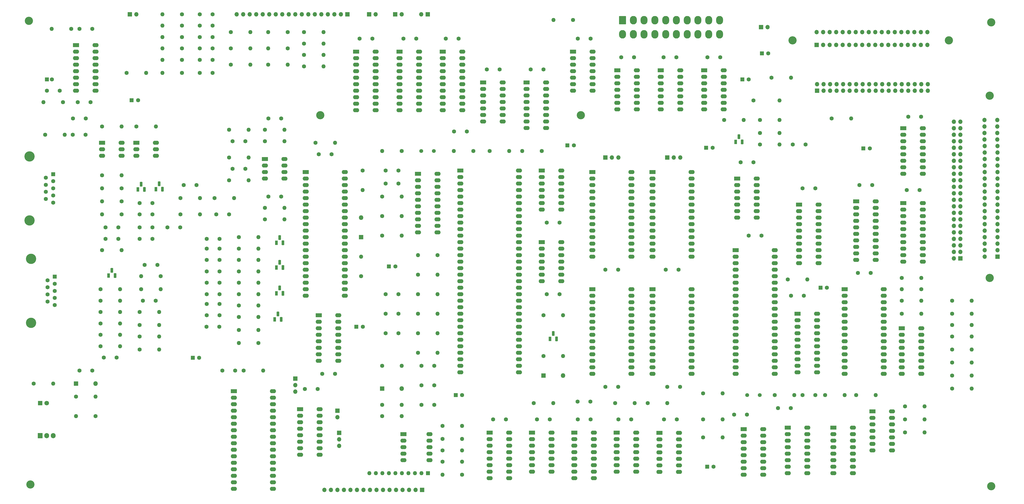
<source format=gbr>
%TF.GenerationSoftware,KiCad,Pcbnew,(6.0.6)*%
%TF.CreationDate,2022-10-20T09:33:40-05:00*%
%TF.ProjectId,Console,436f6e73-6f6c-4652-9e6b-696361645f70,V0.80*%
%TF.SameCoordinates,Original*%
%TF.FileFunction,Soldermask,Bot*%
%TF.FilePolarity,Negative*%
%FSLAX46Y46*%
G04 Gerber Fmt 4.6, Leading zero omitted, Abs format (unit mm)*
G04 Created by KiCad (PCBNEW (6.0.6)) date 2022-10-20 09:33:40*
%MOMM*%
%LPD*%
G01*
G04 APERTURE LIST*
G04 Aperture macros list*
%AMRoundRect*
0 Rectangle with rounded corners*
0 $1 Rounding radius*
0 $2 $3 $4 $5 $6 $7 $8 $9 X,Y pos of 4 corners*
0 Add a 4 corners polygon primitive as box body*
4,1,4,$2,$3,$4,$5,$6,$7,$8,$9,$2,$3,0*
0 Add four circle primitives for the rounded corners*
1,1,$1+$1,$2,$3*
1,1,$1+$1,$4,$5*
1,1,$1+$1,$6,$7*
1,1,$1+$1,$8,$9*
0 Add four rect primitives between the rounded corners*
20,1,$1+$1,$2,$3,$4,$5,0*
20,1,$1+$1,$4,$5,$6,$7,0*
20,1,$1+$1,$6,$7,$8,$9,0*
20,1,$1+$1,$8,$9,$2,$3,0*%
G04 Aperture macros list end*
%ADD10C,1.600000*%
%ADD11O,1.600000X1.600000*%
%ADD12R,2.400000X1.600000*%
%ADD13O,2.400000X1.600000*%
%ADD14C,3.200000*%
%ADD15R,1.600000X1.600000*%
%ADD16R,1.800000X1.800000*%
%ADD17O,1.800000X1.800000*%
%ADD18C,4.000000*%
%ADD19C,1.500000*%
%ADD20R,1.700000X1.700000*%
%ADD21O,1.700000X1.700000*%
%ADD22R,1.100000X1.800000*%
%ADD23RoundRect,0.275000X-0.275000X-0.625000X0.275000X-0.625000X0.275000X0.625000X-0.275000X0.625000X0*%
%ADD24R,1.905000X2.000000*%
%ADD25O,1.905000X2.000000*%
%ADD26RoundRect,0.250001X-1.099999X-1.399999X1.099999X-1.399999X1.099999X1.399999X-1.099999X1.399999X0*%
%ADD27O,2.700000X3.300000*%
%ADD28C,1.800000*%
G04 APERTURE END LIST*
D10*
%TO.C,R15*%
X192405000Y-203200000D03*
D11*
X200025000Y-203200000D03*
%TD*%
D10*
%TO.C,R14*%
X192405000Y-198755000D03*
D11*
X200025000Y-198755000D03*
%TD*%
D12*
%TO.C,U17*%
X225200000Y-59600000D03*
D13*
X225200000Y-62140000D03*
X225200000Y-64680000D03*
X225200000Y-67220000D03*
X225200000Y-69760000D03*
X225200000Y-72300000D03*
X225200000Y-74840000D03*
X225200000Y-77380000D03*
X232820000Y-77380000D03*
X232820000Y-74840000D03*
X232820000Y-72300000D03*
X232820000Y-69760000D03*
X232820000Y-67220000D03*
X232820000Y-64680000D03*
X232820000Y-62140000D03*
X232820000Y-59600000D03*
%TD*%
D10*
%TO.C,C85*%
X97790000Y-46355000D03*
X102790000Y-46355000D03*
%TD*%
%TO.C,R92*%
X391160000Y-158750000D03*
D11*
X398780000Y-158750000D03*
%TD*%
D12*
%TO.C,U11*%
X192566300Y-47620000D03*
D13*
X192566300Y-50160000D03*
X192566300Y-52700000D03*
X192566300Y-55240000D03*
X192566300Y-57780000D03*
X192566300Y-60320000D03*
X192566300Y-62860000D03*
X192566300Y-65400000D03*
X192566300Y-67940000D03*
X192566300Y-70480000D03*
X200186300Y-70480000D03*
X200186300Y-67940000D03*
X200186300Y-65400000D03*
X200186300Y-62860000D03*
X200186300Y-60320000D03*
X200186300Y-57780000D03*
X200186300Y-55240000D03*
X200186300Y-52700000D03*
X200186300Y-50160000D03*
X200186300Y-47620000D03*
%TD*%
D10*
%TO.C,R9*%
X231140000Y-86360000D03*
D11*
X223520000Y-86360000D03*
%TD*%
D10*
%TO.C,C43*%
X308650000Y-90805000D03*
X313650000Y-90805000D03*
%TD*%
D14*
%TO.C,H10*%
X389890000Y-43180000D03*
%TD*%
D10*
%TO.C,R21*%
X49530000Y-182245000D03*
D11*
X57150000Y-182245000D03*
%TD*%
D15*
%TO.C,C5*%
X171558600Y-131445000D03*
D10*
X174058600Y-131445000D03*
%TD*%
D12*
%TO.C,U40*%
X372120000Y-106685000D03*
D13*
X372120000Y-109225000D03*
X372120000Y-111765000D03*
X372120000Y-114305000D03*
X372120000Y-116845000D03*
X372120000Y-119385000D03*
X372120000Y-121925000D03*
X372120000Y-124465000D03*
X372120000Y-127005000D03*
X372120000Y-129545000D03*
X379740000Y-129545000D03*
X379740000Y-127005000D03*
X379740000Y-124465000D03*
X379740000Y-121925000D03*
X379740000Y-119385000D03*
X379740000Y-116845000D03*
X379740000Y-114305000D03*
X379740000Y-111765000D03*
X379740000Y-109225000D03*
X379740000Y-106685000D03*
%TD*%
D10*
%TO.C,C33*%
X50205000Y-67310000D03*
X55205000Y-67310000D03*
%TD*%
%TO.C,R19*%
X259715000Y-184785000D03*
D11*
X267335000Y-184785000D03*
%TD*%
D14*
%TO.C,H6*%
X31750000Y-216535000D03*
%TD*%
D10*
%TO.C,L19*%
X67310000Y-111125000D03*
D11*
X59690000Y-111125000D03*
%TD*%
D10*
%TO.C,C64*%
X91520000Y-99695000D03*
X96520000Y-99695000D03*
%TD*%
D12*
%TO.C,U8*%
X243830000Y-196265000D03*
D13*
X243830000Y-198805000D03*
X243830000Y-201345000D03*
X243830000Y-203885000D03*
X243830000Y-206425000D03*
X243830000Y-208965000D03*
X243830000Y-211505000D03*
X243830000Y-214045000D03*
X251450000Y-214045000D03*
X251450000Y-211505000D03*
X251450000Y-208965000D03*
X251450000Y-206425000D03*
X251450000Y-203885000D03*
X251450000Y-201345000D03*
X251450000Y-198805000D03*
X251450000Y-196265000D03*
%TD*%
D10*
%TO.C,C29*%
X160060000Y-42545000D03*
X165060000Y-42545000D03*
%TD*%
D16*
%TO.C,CR1*%
X49530000Y-177165000D03*
D17*
X57150000Y-177165000D03*
%TD*%
D12*
%TO.C,U34*%
X331480000Y-107320000D03*
D13*
X331480000Y-109860000D03*
X331480000Y-112400000D03*
X331480000Y-114940000D03*
X331480000Y-117480000D03*
X331480000Y-120020000D03*
X331480000Y-122560000D03*
X331480000Y-125100000D03*
X331480000Y-127640000D03*
X331480000Y-130180000D03*
X339100000Y-130180000D03*
X339100000Y-127640000D03*
X339100000Y-125100000D03*
X339100000Y-122560000D03*
X339100000Y-120020000D03*
X339100000Y-117480000D03*
X339100000Y-114940000D03*
X339100000Y-112400000D03*
X339100000Y-109860000D03*
X339100000Y-107320000D03*
%TD*%
D18*
%TO.C,J10*%
X31400300Y-88455000D03*
X31400300Y-113455000D03*
D15*
X40600300Y-95415000D03*
D10*
X40600300Y-98185000D03*
X40600300Y-100955000D03*
X40600300Y-103725000D03*
X40600300Y-106495000D03*
X37760300Y-96800000D03*
X37760300Y-99570000D03*
X37760300Y-102340000D03*
X37760300Y-105110000D03*
%TD*%
%TO.C,C4*%
X170220000Y-99060000D03*
X175220000Y-99060000D03*
%TD*%
%TO.C,C6*%
X170220000Y-142240000D03*
X175220000Y-142240000D03*
%TD*%
%TO.C,C25*%
X245150000Y-42545000D03*
X250150000Y-42545000D03*
%TD*%
%TO.C,R80*%
X138430000Y-48895000D03*
D11*
X146050000Y-48895000D03*
%TD*%
D19*
%TO.C,Y2*%
X311240000Y-181610000D03*
X316120000Y-181610000D03*
%TD*%
D20*
%TO.C,J8*%
X70485000Y-33020000D03*
D21*
X73025000Y-33020000D03*
%TD*%
D10*
%TO.C,R6*%
X190500000Y-127000000D03*
D11*
X182880000Y-127000000D03*
%TD*%
D10*
%TO.C,R63*%
X123190000Y-108585000D03*
D11*
X130810000Y-108585000D03*
%TD*%
D12*
%TO.C,U18*%
X294455000Y-54875000D03*
D13*
X294455000Y-57415000D03*
X294455000Y-59955000D03*
X294455000Y-62495000D03*
X294455000Y-65035000D03*
X294455000Y-67575000D03*
X294455000Y-70115000D03*
X302075000Y-70115000D03*
X302075000Y-67575000D03*
X302075000Y-65035000D03*
X302075000Y-62495000D03*
X302075000Y-59955000D03*
X302075000Y-57415000D03*
X302075000Y-54875000D03*
%TD*%
D14*
%TO.C,H5*%
X406400000Y-36195000D03*
%TD*%
D10*
%TO.C,R62*%
X123190000Y-113030000D03*
D11*
X130810000Y-113030000D03*
%TD*%
D10*
%TO.C,C40*%
X212130000Y-191135000D03*
X217130000Y-191135000D03*
%TD*%
%TO.C,R27*%
X272415000Y-184785000D03*
D11*
X280035000Y-184785000D03*
%TD*%
D10*
%TO.C,R58*%
X160655000Y-135255000D03*
D11*
X160655000Y-127635000D03*
%TD*%
D10*
%TO.C,R54*%
X90805000Y-41910000D03*
D11*
X83185000Y-41910000D03*
%TD*%
D12*
%TO.C,U14*%
X277546900Y-54875000D03*
D13*
X277546900Y-57415000D03*
X277546900Y-59955000D03*
X277546900Y-62495000D03*
X277546900Y-65035000D03*
X277546900Y-67575000D03*
X277546900Y-70115000D03*
X285166900Y-70115000D03*
X285166900Y-67575000D03*
X285166900Y-65035000D03*
X285166900Y-62495000D03*
X285166900Y-59955000D03*
X285166900Y-57415000D03*
X285166900Y-54875000D03*
%TD*%
D10*
%TO.C,C51*%
X306110000Y-189230000D03*
X311110000Y-189230000D03*
%TD*%
D15*
%TO.C,C52*%
X38140000Y-58420000D03*
D10*
X40140000Y-58420000D03*
%TD*%
%TO.C,R97*%
X391160000Y-149860000D03*
D11*
X398780000Y-149860000D03*
%TD*%
D10*
%TO.C,C32*%
X255905000Y-178435000D03*
X260905000Y-178435000D03*
%TD*%
%TO.C,C54*%
X43140000Y-62865000D03*
X38140000Y-62865000D03*
%TD*%
%TO.C,R76*%
X138430000Y-40005000D03*
D11*
X146050000Y-40005000D03*
%TD*%
D10*
%TO.C,R17*%
X227965000Y-184785000D03*
D11*
X235585000Y-184785000D03*
%TD*%
D10*
%TO.C,R85*%
X371475000Y-135890000D03*
D11*
X379095000Y-135890000D03*
%TD*%
D15*
%TO.C,C20*%
X295638600Y-209600000D03*
D10*
X298138600Y-209600000D03*
%TD*%
D16*
%TO.C,CR4*%
X160655000Y-120015000D03*
D17*
X160655000Y-112395000D03*
%TD*%
D20*
%TO.C,J12*%
X155375000Y-33000000D03*
D21*
X152835000Y-33000000D03*
X150295000Y-33000000D03*
X147755000Y-33000000D03*
X145215000Y-33000000D03*
X142675000Y-33000000D03*
X140135000Y-33000000D03*
X137595000Y-33000000D03*
X135055000Y-33000000D03*
X132515000Y-33000000D03*
X129975000Y-33000000D03*
X127435000Y-33000000D03*
X124895000Y-33000000D03*
X122355000Y-33000000D03*
X119815000Y-33000000D03*
X117275000Y-33000000D03*
X114735000Y-33000000D03*
X112195000Y-33000000D03*
%TD*%
D12*
%TO.C,SW1*%
X177170000Y-196855000D03*
D13*
X177170000Y-199395000D03*
X177170000Y-201935000D03*
X177170000Y-204475000D03*
X177170000Y-207015000D03*
X187330000Y-207015000D03*
X187330000Y-204475000D03*
X187330000Y-201935000D03*
X187330000Y-199395000D03*
X187330000Y-196855000D03*
%TD*%
D10*
%TO.C,R56*%
X90805000Y-50800000D03*
D11*
X83185000Y-50800000D03*
%TD*%
D10*
%TO.C,C11*%
X184190000Y-170180000D03*
X189190000Y-170180000D03*
%TD*%
D12*
%TO.C,U7*%
X277000000Y-196400000D03*
D13*
X277000000Y-198940000D03*
X277000000Y-201480000D03*
X277000000Y-204020000D03*
X277000000Y-206560000D03*
X277000000Y-209100000D03*
X277000000Y-211640000D03*
X284620000Y-211640000D03*
X284620000Y-209100000D03*
X284620000Y-206560000D03*
X284620000Y-204020000D03*
X284620000Y-201480000D03*
X284620000Y-198940000D03*
X284620000Y-196400000D03*
%TD*%
D10*
%TO.C,R84*%
X59055000Y-144780000D03*
D11*
X66675000Y-144780000D03*
%TD*%
D14*
%TO.C,H3*%
X31115000Y-35560000D03*
%TD*%
D10*
%TO.C,R47*%
X113030000Y-146685000D03*
D11*
X120650000Y-146685000D03*
%TD*%
D10*
%TO.C,C78*%
X105410000Y-154940000D03*
X100410000Y-154940000D03*
%TD*%
%TO.C,C34*%
X373420000Y-101600000D03*
X378420000Y-101600000D03*
%TD*%
%TO.C,C63*%
X104180000Y-111125000D03*
X109180000Y-111125000D03*
%TD*%
%TO.C,C2*%
X170220000Y-93980000D03*
X175220000Y-93980000D03*
%TD*%
%TO.C,R98*%
X391160000Y-179070000D03*
D11*
X398780000Y-179070000D03*
%TD*%
D10*
%TO.C,L5*%
X57150000Y-189865000D03*
D11*
X49530000Y-189865000D03*
%TD*%
D10*
%TO.C,R13*%
X294005000Y-198120000D03*
D11*
X301625000Y-198120000D03*
%TD*%
D10*
%TO.C,L14*%
X109855000Y-52705000D03*
D11*
X117475000Y-52705000D03*
%TD*%
D10*
%TO.C,R36*%
X90210000Y-111125000D03*
D11*
X97830000Y-111125000D03*
%TD*%
D10*
%TO.C,C19*%
X50840000Y-172085000D03*
X55840000Y-172085000D03*
%TD*%
D20*
%TO.C,SW2*%
X151500000Y-187725000D03*
D21*
X151500000Y-190265000D03*
%TD*%
D20*
%TO.C,J2*%
X173990000Y-33020000D03*
D21*
X176530000Y-33020000D03*
%TD*%
D10*
%TO.C,C1*%
X175220000Y-149860000D03*
X170220000Y-149860000D03*
%TD*%
%TO.C,C82*%
X97790000Y-50800000D03*
X102790000Y-50800000D03*
%TD*%
%TO.C,R78*%
X138430000Y-44450000D03*
D11*
X146050000Y-44450000D03*
%TD*%
D12*
%TO.C,U6*%
X260350000Y-196265000D03*
D13*
X260350000Y-198805000D03*
X260350000Y-201345000D03*
X260350000Y-203885000D03*
X260350000Y-206425000D03*
X260350000Y-208965000D03*
X260350000Y-211505000D03*
X267970000Y-211505000D03*
X267970000Y-208965000D03*
X267970000Y-206425000D03*
X267970000Y-203885000D03*
X267970000Y-201345000D03*
X267970000Y-198805000D03*
X267970000Y-196265000D03*
%TD*%
D10*
%TO.C,L16*%
X109855000Y-40005000D03*
D11*
X117475000Y-40005000D03*
%TD*%
D10*
%TO.C,C44*%
X311785000Y-119380000D03*
X316785000Y-119380000D03*
%TD*%
%TO.C,C86*%
X97790000Y-55880000D03*
X102790000Y-55880000D03*
%TD*%
D12*
%TO.C,U36*%
X123200000Y-89545000D03*
D13*
X123200000Y-92085000D03*
X123200000Y-94625000D03*
X123200000Y-97165000D03*
X130820000Y-97165000D03*
X130820000Y-94625000D03*
X130820000Y-92085000D03*
X130820000Y-89545000D03*
%TD*%
D12*
%TO.C,U16*%
X243290600Y-47620000D03*
D13*
X243290600Y-50160000D03*
X243290600Y-52700000D03*
X243290600Y-55240000D03*
X243290600Y-57780000D03*
X243290600Y-60320000D03*
X243290600Y-62860000D03*
X250910600Y-62860000D03*
X250910600Y-60320000D03*
X250910600Y-57780000D03*
X250910600Y-55240000D03*
X250910600Y-52700000D03*
X250910600Y-50160000D03*
X250910600Y-47620000D03*
%TD*%
D10*
%TO.C,C7*%
X184190000Y-177800000D03*
X189190000Y-177800000D03*
%TD*%
%TO.C,R45*%
X113030000Y-137795000D03*
D11*
X120650000Y-137795000D03*
%TD*%
D12*
%TO.C,U28*%
X274315000Y-94600000D03*
D13*
X274315000Y-97140000D03*
X274315000Y-99680000D03*
X274315000Y-102220000D03*
X274315000Y-104760000D03*
X274315000Y-107300000D03*
X274315000Y-109840000D03*
X274315000Y-112380000D03*
X274315000Y-114920000D03*
X274315000Y-117460000D03*
X274315000Y-120000000D03*
X274315000Y-122540000D03*
X274315000Y-125080000D03*
X274315000Y-127620000D03*
X289555000Y-127620000D03*
X289555000Y-125080000D03*
X289555000Y-122540000D03*
X289555000Y-120000000D03*
X289555000Y-117460000D03*
X289555000Y-114920000D03*
X289555000Y-112380000D03*
X289555000Y-109840000D03*
X289555000Y-107300000D03*
X289555000Y-104760000D03*
X289555000Y-102220000D03*
X289555000Y-99680000D03*
X289555000Y-97140000D03*
X289555000Y-94600000D03*
%TD*%
D10*
%TO.C,R94*%
X372745000Y-196215000D03*
D11*
X380365000Y-196215000D03*
%TD*%
D10*
%TO.C,C47*%
X233085000Y-114300000D03*
X238085000Y-114300000D03*
%TD*%
%TO.C,R43*%
X113030000Y-128905000D03*
D11*
X120650000Y-128905000D03*
%TD*%
D15*
%TO.C,C18*%
X241138600Y-84200000D03*
D10*
X243638600Y-84200000D03*
%TD*%
%TO.C,R50*%
X123190000Y-82550000D03*
D11*
X130810000Y-82550000D03*
%TD*%
D10*
%TO.C,C42*%
X280075000Y-178435000D03*
X285075000Y-178435000D03*
%TD*%
%TO.C,R16*%
X192405000Y-207645000D03*
D11*
X200025000Y-207645000D03*
%TD*%
D10*
%TO.C,R49*%
X113030000Y-156210000D03*
D11*
X120650000Y-156210000D03*
%TD*%
D10*
%TO.C,R41*%
X113030000Y-120015000D03*
D11*
X120650000Y-120015000D03*
%TD*%
D10*
%TO.C,R86*%
X379095000Y-140335000D03*
D11*
X371475000Y-140335000D03*
%TD*%
D10*
%TO.C,C13*%
X295755000Y-49800000D03*
X300755000Y-49800000D03*
%TD*%
D12*
%TO.C,U1*%
X182890000Y-95255000D03*
D13*
X182890000Y-97795000D03*
X182890000Y-100335000D03*
X182890000Y-102875000D03*
X182890000Y-105415000D03*
X182890000Y-107955000D03*
X182890000Y-110495000D03*
X182890000Y-113035000D03*
X182890000Y-115575000D03*
X182890000Y-118115000D03*
X190510000Y-118115000D03*
X190510000Y-115575000D03*
X190510000Y-113035000D03*
X190510000Y-110495000D03*
X190510000Y-107955000D03*
X190510000Y-105415000D03*
X190510000Y-102875000D03*
X190510000Y-100335000D03*
X190510000Y-97795000D03*
X190510000Y-95255000D03*
%TD*%
D10*
%TO.C,R2*%
X204470000Y-86360000D03*
D11*
X196850000Y-86360000D03*
%TD*%
D12*
%TO.C,U22*%
X344805000Y-194310000D03*
D13*
X344805000Y-196850000D03*
X344805000Y-199390000D03*
X344805000Y-201930000D03*
X344805000Y-204470000D03*
X344805000Y-207010000D03*
X344805000Y-209550000D03*
X344805000Y-212090000D03*
X352425000Y-212090000D03*
X352425000Y-209550000D03*
X352425000Y-207010000D03*
X352425000Y-204470000D03*
X352425000Y-201930000D03*
X352425000Y-199390000D03*
X352425000Y-196850000D03*
X352425000Y-194310000D03*
%TD*%
D10*
%TO.C,L12*%
X327025000Y-136525000D03*
D11*
X334645000Y-136525000D03*
%TD*%
D10*
%TO.C,R72*%
X74295000Y-154305000D03*
D11*
X81915000Y-154305000D03*
%TD*%
D10*
%TO.C,R4*%
X182880000Y-134620000D03*
D11*
X190500000Y-134620000D03*
%TD*%
D10*
%TO.C,R68*%
X59055000Y-158115000D03*
D11*
X66675000Y-158115000D03*
%TD*%
D10*
%TO.C,R61*%
X109220000Y-88900000D03*
D11*
X116840000Y-88900000D03*
%TD*%
D14*
%TO.C,H1*%
X406400000Y-217170000D03*
%TD*%
D10*
%TO.C,C61*%
X328970000Y-83820000D03*
X333970000Y-83820000D03*
%TD*%
D14*
%TO.C,H7*%
X328930000Y-43180000D03*
%TD*%
D10*
%TO.C,R71*%
X69215000Y-55880000D03*
D11*
X76835000Y-55880000D03*
%TD*%
D12*
%TO.C,U9*%
X227310000Y-196265000D03*
D13*
X227310000Y-198805000D03*
X227310000Y-201345000D03*
X227310000Y-203885000D03*
X227310000Y-206425000D03*
X227310000Y-208965000D03*
X227310000Y-211505000D03*
X234930000Y-211505000D03*
X234930000Y-208965000D03*
X234930000Y-206425000D03*
X234930000Y-203885000D03*
X234930000Y-201345000D03*
X234930000Y-198805000D03*
X234930000Y-196265000D03*
%TD*%
D10*
%TO.C,C79*%
X61000000Y-116205000D03*
X66000000Y-116205000D03*
%TD*%
D22*
%TO.C,Q9*%
X73660000Y-101365000D03*
D23*
X74930000Y-99295000D03*
X76200000Y-101365000D03*
%TD*%
D24*
%TO.C,U19*%
X35560000Y-197485000D03*
D25*
X38100000Y-197485000D03*
X40640000Y-197485000D03*
%TD*%
D10*
%TO.C,R60*%
X59690000Y-125095000D03*
D11*
X67310000Y-125095000D03*
%TD*%
D12*
%TO.C,U44*%
X111100000Y-180100000D03*
D13*
X111100000Y-182640000D03*
X111100000Y-185180000D03*
X111100000Y-187720000D03*
X111100000Y-190260000D03*
X111100000Y-192800000D03*
X111100000Y-195340000D03*
X111100000Y-197880000D03*
X111100000Y-200420000D03*
X111100000Y-202960000D03*
X111100000Y-205500000D03*
X111100000Y-208040000D03*
X111100000Y-210580000D03*
X111100000Y-213120000D03*
X111100000Y-215660000D03*
X111100000Y-218200000D03*
X126340000Y-218200000D03*
X126340000Y-215660000D03*
X126340000Y-213120000D03*
X126340000Y-210580000D03*
X126340000Y-208040000D03*
X126340000Y-205500000D03*
X126340000Y-202960000D03*
X126340000Y-200420000D03*
X126340000Y-197880000D03*
X126340000Y-195340000D03*
X126340000Y-192800000D03*
X126340000Y-190260000D03*
X126340000Y-187720000D03*
X126340000Y-185180000D03*
X126340000Y-182640000D03*
X126340000Y-180100000D03*
%TD*%
D10*
%TO.C,R46*%
X113030000Y-142240000D03*
D11*
X120650000Y-142240000D03*
%TD*%
D10*
%TO.C,C84*%
X97790000Y-37465000D03*
X102790000Y-37465000D03*
%TD*%
%TO.C,L2*%
X182880000Y-149860000D03*
D11*
X190500000Y-149860000D03*
%TD*%
D10*
%TO.C,R57*%
X90805000Y-55880000D03*
D11*
X83185000Y-55880000D03*
%TD*%
D12*
%TO.C,U31*%
X330845000Y-149865000D03*
D13*
X330845000Y-152405000D03*
X330845000Y-154945000D03*
X330845000Y-157485000D03*
X330845000Y-160025000D03*
X330845000Y-162565000D03*
X330845000Y-165105000D03*
X330845000Y-167645000D03*
X330845000Y-170185000D03*
X330845000Y-172725000D03*
X338465000Y-172725000D03*
X338465000Y-170185000D03*
X338465000Y-167645000D03*
X338465000Y-165105000D03*
X338465000Y-162565000D03*
X338465000Y-160025000D03*
X338465000Y-157485000D03*
X338465000Y-154945000D03*
X338465000Y-152405000D03*
X338465000Y-149865000D03*
%TD*%
D10*
%TO.C,C65*%
X150495000Y-173355000D03*
X145495000Y-173355000D03*
%TD*%
D20*
%TO.C,J13*%
X394340000Y-128275000D03*
D21*
X391800000Y-128275000D03*
X394340000Y-125735000D03*
X391800000Y-125735000D03*
X394340000Y-123195000D03*
X391800000Y-123195000D03*
X394340000Y-120655000D03*
X391800000Y-120655000D03*
X394340000Y-118115000D03*
X391800000Y-118115000D03*
X394340000Y-115575000D03*
X391800000Y-115575000D03*
X394340000Y-113035000D03*
X391800000Y-113035000D03*
X394340000Y-110495000D03*
X391800000Y-110495000D03*
X394340000Y-107955000D03*
X391800000Y-107955000D03*
X394340000Y-105415000D03*
X391800000Y-105415000D03*
X394340000Y-102875000D03*
X391800000Y-102875000D03*
X394340000Y-100335000D03*
X391800000Y-100335000D03*
X394340000Y-97795000D03*
X391800000Y-97795000D03*
X394340000Y-95255000D03*
X391800000Y-95255000D03*
X394340000Y-92715000D03*
X391800000Y-92715000D03*
X394340000Y-90175000D03*
X391800000Y-90175000D03*
X394340000Y-87635000D03*
X391800000Y-87635000D03*
X394340000Y-85095000D03*
X391800000Y-85095000D03*
X394340000Y-82555000D03*
X391800000Y-82555000D03*
X394340000Y-80015000D03*
X391800000Y-80015000D03*
X394340000Y-77475000D03*
X391800000Y-77475000D03*
X394340000Y-74935000D03*
X391800000Y-74935000D03*
%TD*%
D10*
%TO.C,C71*%
X105490000Y-133350000D03*
X100490000Y-133350000D03*
%TD*%
%TO.C,L13*%
X132080000Y-40005000D03*
D11*
X124460000Y-40005000D03*
%TD*%
D10*
%TO.C,R59*%
X109220000Y-97790000D03*
D11*
X116840000Y-97790000D03*
%TD*%
D15*
%TO.C,C58*%
X316973600Y-48260000D03*
D10*
X319473600Y-48260000D03*
%TD*%
%TO.C,L4*%
X182880000Y-142240000D03*
D11*
X190500000Y-142240000D03*
%TD*%
D12*
%TO.C,U2*%
X199390000Y-93980000D03*
D13*
X199390000Y-96520000D03*
X199390000Y-99060000D03*
X199390000Y-101600000D03*
X199390000Y-104140000D03*
X199390000Y-106680000D03*
X199390000Y-109220000D03*
X199390000Y-111760000D03*
X199390000Y-114300000D03*
X199390000Y-116840000D03*
X199390000Y-119380000D03*
X199390000Y-121920000D03*
X199390000Y-124460000D03*
X199390000Y-127000000D03*
X199390000Y-129540000D03*
X199390000Y-132080000D03*
X199390000Y-134620000D03*
X199390000Y-137160000D03*
X199390000Y-139700000D03*
X199390000Y-142240000D03*
X199390000Y-144780000D03*
X199390000Y-147320000D03*
X199390000Y-149860000D03*
X199390000Y-152400000D03*
X199390000Y-154940000D03*
X199390000Y-157480000D03*
X199390000Y-160020000D03*
X199390000Y-162560000D03*
X199390000Y-165100000D03*
X199390000Y-167640000D03*
X199390000Y-170180000D03*
X199390000Y-172720000D03*
X222250000Y-172720000D03*
X222250000Y-170180000D03*
X222250000Y-167640000D03*
X222250000Y-165100000D03*
X222250000Y-162560000D03*
X222250000Y-160020000D03*
X222250000Y-157480000D03*
X222250000Y-154940000D03*
X222250000Y-152400000D03*
X222250000Y-149860000D03*
X222250000Y-147320000D03*
X222250000Y-144780000D03*
X222250000Y-142240000D03*
X222250000Y-139700000D03*
X222250000Y-137160000D03*
X222250000Y-134620000D03*
X222250000Y-132080000D03*
X222250000Y-129540000D03*
X222250000Y-127000000D03*
X222250000Y-124460000D03*
X222250000Y-121920000D03*
X222250000Y-119380000D03*
X222250000Y-116840000D03*
X222250000Y-114300000D03*
X222250000Y-111760000D03*
X222250000Y-109220000D03*
X222250000Y-106680000D03*
X222250000Y-104140000D03*
X222250000Y-101600000D03*
X222250000Y-99060000D03*
X222250000Y-96520000D03*
X222250000Y-93980000D03*
%TD*%
D12*
%TO.C,U10*%
X208291900Y-59600000D03*
D13*
X208291900Y-62140000D03*
X208291900Y-64680000D03*
X208291900Y-67220000D03*
X208291900Y-69760000D03*
X208291900Y-72300000D03*
X208291900Y-74840000D03*
X215911900Y-74840000D03*
X215911900Y-72300000D03*
X215911900Y-69760000D03*
X215911900Y-67220000D03*
X215911900Y-64680000D03*
X215911900Y-62140000D03*
X215911900Y-59600000D03*
%TD*%
D10*
%TO.C,R28*%
X47625000Y-38735000D03*
D11*
X40005000Y-38735000D03*
%TD*%
D10*
%TO.C,L1*%
X176530000Y-86360000D03*
D11*
X168910000Y-86360000D03*
%TD*%
D10*
%TO.C,R31*%
X316230000Y-83820000D03*
D11*
X323850000Y-83820000D03*
%TD*%
D22*
%TO.C,Q1*%
X234315000Y-159670000D03*
D23*
X235585000Y-157600000D03*
X236855000Y-159670000D03*
%TD*%
D22*
%TO.C,Q2*%
X306705000Y-82835000D03*
D23*
X307975000Y-80765000D03*
X309245000Y-82835000D03*
%TD*%
D14*
%TO.C,H2*%
X246380000Y-72390000D03*
%TD*%
D10*
%TO.C,R100*%
X391160000Y-163830000D03*
D11*
X398780000Y-163830000D03*
%TD*%
D10*
%TO.C,C35*%
X209677500Y-54525000D03*
X214677500Y-54525000D03*
%TD*%
%TO.C,R23*%
X231775000Y-166370000D03*
D11*
X239395000Y-166370000D03*
%TD*%
D10*
%TO.C,C91*%
X61000000Y-120650000D03*
X66000000Y-120650000D03*
%TD*%
D14*
%TO.C,H8*%
X405765000Y-64770000D03*
%TD*%
D20*
%TO.C,J14*%
X408875000Y-127635000D03*
D21*
X403875000Y-127635000D03*
X408875000Y-125095000D03*
X403875000Y-125095000D03*
X408875000Y-122555000D03*
X403875000Y-122555000D03*
X408875000Y-120015000D03*
X403875000Y-120015000D03*
X408875000Y-117475000D03*
X403875000Y-117475000D03*
X408875000Y-114935000D03*
X403875000Y-114935000D03*
X408875000Y-112395000D03*
X403875000Y-112395000D03*
X408875000Y-109855000D03*
X403875000Y-109855000D03*
X408875000Y-107315000D03*
X403875000Y-107315000D03*
X408875000Y-104775000D03*
X403875000Y-104775000D03*
X408875000Y-102235000D03*
X403875000Y-102235000D03*
X408875000Y-99695000D03*
X403875000Y-99695000D03*
X408875000Y-97155000D03*
X403875000Y-97155000D03*
X408875000Y-94615000D03*
X403875000Y-94615000D03*
X408875000Y-92075000D03*
X403875000Y-92075000D03*
X408875000Y-89535000D03*
X403875000Y-89535000D03*
X408875000Y-86995000D03*
X403875000Y-86995000D03*
X408875000Y-84455000D03*
X403875000Y-84455000D03*
X408795000Y-81915000D03*
X403795000Y-81915000D03*
X408795000Y-79375000D03*
X403795000Y-79375000D03*
X408795000Y-76835000D03*
X403795000Y-76835000D03*
X408795000Y-74295000D03*
X403795000Y-74295000D03*
%TD*%
D10*
%TO.C,C38*%
X354370000Y-133985000D03*
X359370000Y-133985000D03*
%TD*%
%TO.C,R75*%
X59690000Y-76835000D03*
D11*
X67310000Y-76835000D03*
%TD*%
D10*
%TO.C,R64*%
X59055000Y-149225000D03*
D11*
X66675000Y-149225000D03*
%TD*%
D10*
%TO.C,C55*%
X332780000Y-181610000D03*
X337780000Y-181610000D03*
%TD*%
%TO.C,R3*%
X182880000Y-157480000D03*
D11*
X190500000Y-157480000D03*
%TD*%
D10*
%TO.C,C69*%
X110530000Y-82550000D03*
X115530000Y-82550000D03*
%TD*%
%TO.C,R95*%
X344170000Y-73660000D03*
D11*
X351790000Y-73660000D03*
%TD*%
D10*
%TO.C,C53*%
X50840000Y-38735000D03*
X55840000Y-38735000D03*
%TD*%
D12*
%TO.C,U15*%
X260638800Y-54875000D03*
D13*
X260638800Y-57415000D03*
X260638800Y-59955000D03*
X260638800Y-62495000D03*
X260638800Y-65035000D03*
X260638800Y-67575000D03*
X260638800Y-70115000D03*
X268258800Y-70115000D03*
X268258800Y-67575000D03*
X268258800Y-65035000D03*
X268258800Y-62495000D03*
X268258800Y-59955000D03*
X268258800Y-57415000D03*
X268258800Y-54875000D03*
%TD*%
D19*
%TO.C,Y1*%
X184150000Y-86360000D03*
X189030000Y-86360000D03*
%TD*%
D10*
%TO.C,R51*%
X123190000Y-78105000D03*
D11*
X130810000Y-78105000D03*
%TD*%
D10*
%TO.C,R37*%
X103545000Y-104775000D03*
D11*
X111165000Y-104775000D03*
%TD*%
D10*
%TO.C,C83*%
X124500000Y-104140000D03*
X129500000Y-104140000D03*
%TD*%
D20*
%TO.C,J17*%
X135025000Y-175175000D03*
D21*
X135025000Y-177715000D03*
X135025000Y-180255000D03*
%TD*%
D10*
%TO.C,L3*%
X168910000Y-119380000D03*
D11*
X176530000Y-119380000D03*
%TD*%
D10*
%TO.C,C22*%
X355005000Y-99695000D03*
X360005000Y-99695000D03*
%TD*%
D22*
%TO.C,Q4*%
X127000000Y-152050000D03*
D23*
X128270000Y-149980000D03*
X129540000Y-152050000D03*
%TD*%
D10*
%TO.C,R79*%
X74930000Y-140335000D03*
D11*
X82550000Y-140335000D03*
%TD*%
D10*
%TO.C,R7*%
X168910000Y-111760000D03*
D11*
X176530000Y-111760000D03*
%TD*%
D10*
%TO.C,R89*%
X372745000Y-186055000D03*
D11*
X380365000Y-186055000D03*
%TD*%
D20*
%TO.C,J6*%
X255905000Y-88900000D03*
D21*
X258445000Y-88900000D03*
X260985000Y-88900000D03*
%TD*%
D10*
%TO.C,R70*%
X59055000Y-162560000D03*
D11*
X66675000Y-162560000D03*
%TD*%
D20*
%TO.C,J5*%
X184450000Y-218600000D03*
D21*
X181910000Y-218600000D03*
X179370000Y-218600000D03*
X176830000Y-218600000D03*
X174290000Y-218600000D03*
X171750000Y-218600000D03*
X169210000Y-218600000D03*
X166670000Y-218600000D03*
X164130000Y-218600000D03*
X161590000Y-218600000D03*
X159050000Y-218600000D03*
X156510000Y-218600000D03*
X153970000Y-218600000D03*
X151430000Y-218600000D03*
X148890000Y-218600000D03*
X146350000Y-218600000D03*
%TD*%
D10*
%TO.C,R65*%
X74295000Y-163830000D03*
D11*
X81915000Y-163830000D03*
%TD*%
D20*
%TO.C,J9*%
X316625000Y-38000000D03*
D21*
X319165000Y-38000000D03*
%TD*%
D10*
%TO.C,C88*%
X74335000Y-111125000D03*
X79335000Y-111125000D03*
%TD*%
D12*
%TO.C,U26*%
X250820000Y-94600000D03*
D13*
X250820000Y-97140000D03*
X250820000Y-99680000D03*
X250820000Y-102220000D03*
X250820000Y-104760000D03*
X250820000Y-107300000D03*
X250820000Y-109840000D03*
X250820000Y-112380000D03*
X250820000Y-114920000D03*
X250820000Y-117460000D03*
X250820000Y-120000000D03*
X250820000Y-122540000D03*
X250820000Y-125080000D03*
X250820000Y-127620000D03*
X266060000Y-127620000D03*
X266060000Y-125080000D03*
X266060000Y-122540000D03*
X266060000Y-120000000D03*
X266060000Y-117460000D03*
X266060000Y-114920000D03*
X266060000Y-112380000D03*
X266060000Y-109840000D03*
X266060000Y-107300000D03*
X266060000Y-104760000D03*
X266060000Y-102220000D03*
X266060000Y-99680000D03*
X266060000Y-97140000D03*
X266060000Y-94600000D03*
%TD*%
D10*
%TO.C,L7*%
X243310000Y-35200000D03*
D11*
X235690000Y-35200000D03*
%TD*%
D10*
%TO.C,C45*%
X245150000Y-191135000D03*
X250150000Y-191135000D03*
%TD*%
%TO.C,L9*%
X294005000Y-180975000D03*
D11*
X301625000Y-180975000D03*
%TD*%
D10*
%TO.C,C94*%
X74335000Y-120650000D03*
X79335000Y-120650000D03*
%TD*%
%TO.C,R11*%
X200025000Y-212725000D03*
D11*
X192405000Y-212725000D03*
%TD*%
D10*
%TO.C,R32*%
X316230000Y-74295000D03*
D11*
X323850000Y-74295000D03*
%TD*%
D10*
%TO.C,C41*%
X261025000Y-191135000D03*
X266025000Y-191135000D03*
%TD*%
%TO.C,C36*%
X279440000Y-132715000D03*
X284440000Y-132715000D03*
%TD*%
%TO.C,C14*%
X283610000Y-49800000D03*
X278610000Y-49800000D03*
%TD*%
D22*
%TO.C,Q8*%
X80645000Y-101250000D03*
D23*
X81915000Y-99180000D03*
X83185000Y-101250000D03*
%TD*%
D10*
%TO.C,C31*%
X184190000Y-185420000D03*
X189190000Y-185420000D03*
%TD*%
%TO.C,C37*%
X229235000Y-191135000D03*
X234235000Y-191135000D03*
%TD*%
D12*
%TO.C,U30*%
X306705000Y-125095000D03*
D13*
X306705000Y-127635000D03*
X306705000Y-130175000D03*
X306705000Y-132715000D03*
X306705000Y-135255000D03*
X306705000Y-137795000D03*
X306705000Y-140335000D03*
X306705000Y-142875000D03*
X306705000Y-145415000D03*
X306705000Y-147955000D03*
X306705000Y-150495000D03*
X306705000Y-153035000D03*
X306705000Y-155575000D03*
X306705000Y-158115000D03*
X306705000Y-160655000D03*
X306705000Y-163195000D03*
X306705000Y-165735000D03*
X306705000Y-168275000D03*
X306705000Y-170815000D03*
X306705000Y-173355000D03*
X321945000Y-173355000D03*
X321945000Y-170815000D03*
X321945000Y-168275000D03*
X321945000Y-165735000D03*
X321945000Y-163195000D03*
X321945000Y-160655000D03*
X321945000Y-158115000D03*
X321945000Y-155575000D03*
X321945000Y-153035000D03*
X321945000Y-150495000D03*
X321945000Y-147955000D03*
X321945000Y-145415000D03*
X321945000Y-142875000D03*
X321945000Y-140335000D03*
X321945000Y-137795000D03*
X321945000Y-135255000D03*
X321945000Y-132715000D03*
X321945000Y-130175000D03*
X321945000Y-127635000D03*
X321945000Y-125095000D03*
%TD*%
D10*
%TO.C,L10*%
X353695000Y-181610000D03*
D11*
X361315000Y-181610000D03*
%TD*%
D12*
%TO.C,U4*%
X231150000Y-121915000D03*
D13*
X231150000Y-124455000D03*
X231150000Y-126995000D03*
X231150000Y-129535000D03*
X231150000Y-132075000D03*
X231150000Y-134615000D03*
X231150000Y-137155000D03*
X238770000Y-137155000D03*
X238770000Y-134615000D03*
X238770000Y-132075000D03*
X238770000Y-129535000D03*
X238770000Y-126995000D03*
X238770000Y-124455000D03*
X238770000Y-121915000D03*
%TD*%
D10*
%TO.C,C30*%
X193715000Y-42545000D03*
X198715000Y-42545000D03*
%TD*%
%TO.C,R77*%
X82550000Y-135255000D03*
D11*
X74930000Y-135255000D03*
%TD*%
D10*
%TO.C,C68*%
X110530000Y-93345000D03*
X115530000Y-93345000D03*
%TD*%
D14*
%TO.C,H9*%
X405765000Y-135890000D03*
%TD*%
D22*
%TO.C,Q6*%
X127635000Y-141890000D03*
D23*
X128905000Y-139820000D03*
X130175000Y-141890000D03*
%TD*%
D12*
%TO.C,U21*%
X307350000Y-97150000D03*
D13*
X307350000Y-99690000D03*
X307350000Y-102230000D03*
X307350000Y-104770000D03*
X307350000Y-107310000D03*
X307350000Y-109850000D03*
X307350000Y-112390000D03*
X314970000Y-112390000D03*
X314970000Y-109850000D03*
X314970000Y-107310000D03*
X314970000Y-104770000D03*
X314970000Y-102230000D03*
X314970000Y-99690000D03*
X314970000Y-97150000D03*
%TD*%
D10*
%TO.C,C50*%
X138800000Y-179300000D03*
X143800000Y-179300000D03*
%TD*%
D12*
%TO.C,U29*%
X49540000Y-45075000D03*
D13*
X49540000Y-47615000D03*
X49540000Y-50155000D03*
X49540000Y-52695000D03*
X49540000Y-55235000D03*
X49540000Y-57775000D03*
X49540000Y-60315000D03*
X49540000Y-62855000D03*
X57160000Y-62855000D03*
X57160000Y-60315000D03*
X57160000Y-57775000D03*
X57160000Y-55235000D03*
X57160000Y-52695000D03*
X57160000Y-50155000D03*
X57160000Y-47615000D03*
X57160000Y-45075000D03*
%TD*%
D10*
%TO.C,C39*%
X233045000Y-142240000D03*
X238045000Y-142240000D03*
%TD*%
D15*
%TO.C,C21*%
X95038600Y-167100000D03*
D10*
X97538600Y-167100000D03*
%TD*%
%TO.C,C27*%
X278805000Y-191135000D03*
X283805000Y-191135000D03*
%TD*%
%TO.C,C66*%
X76240000Y-130810000D03*
X81240000Y-130810000D03*
%TD*%
%TO.C,R29*%
X321945000Y-181610000D03*
D11*
X329565000Y-181610000D03*
%TD*%
D20*
%TO.C,J7*%
X280035000Y-88900000D03*
D21*
X282575000Y-88900000D03*
X285115000Y-88900000D03*
%TD*%
D12*
%TO.C,U20*%
X360055000Y-187955000D03*
D13*
X360055000Y-190495000D03*
X360055000Y-193035000D03*
X360055000Y-195575000D03*
X360055000Y-198115000D03*
X360055000Y-200655000D03*
X360055000Y-203195000D03*
X367675000Y-203195000D03*
X367675000Y-200655000D03*
X367675000Y-198115000D03*
X367675000Y-195575000D03*
X367675000Y-193035000D03*
X367675000Y-190495000D03*
X367675000Y-187955000D03*
%TD*%
D10*
%TO.C,R35*%
X161290000Y-93980000D03*
D11*
X161290000Y-101600000D03*
%TD*%
D10*
%TO.C,R82*%
X37465000Y-80010000D03*
D11*
X45085000Y-80010000D03*
%TD*%
D10*
%TO.C,R55*%
X90805000Y-46355000D03*
D11*
X83185000Y-46355000D03*
%TD*%
D10*
%TO.C,C56*%
X323255000Y-186690000D03*
X328255000Y-186690000D03*
%TD*%
%TO.C,R66*%
X59055000Y-153670000D03*
D11*
X66675000Y-153670000D03*
%TD*%
D10*
%TO.C,R26*%
X168910000Y-189865000D03*
D11*
X176530000Y-189865000D03*
%TD*%
D10*
%TO.C,R88*%
X371475000Y-149860000D03*
D11*
X379095000Y-149860000D03*
%TD*%
D10*
%TO.C,R30*%
X316230000Y-79375000D03*
D11*
X323850000Y-79375000D03*
%TD*%
D10*
%TO.C,R52*%
X90805000Y-33020000D03*
D11*
X83185000Y-33020000D03*
%TD*%
D10*
%TO.C,C12*%
X245110000Y-184150000D03*
X250110000Y-184150000D03*
%TD*%
D15*
%TO.C,C59*%
X339833600Y-139700000D03*
D10*
X342333600Y-139700000D03*
%TD*%
D12*
%TO.C,U13*%
X175658100Y-47620000D03*
D13*
X175658100Y-50160000D03*
X175658100Y-52700000D03*
X175658100Y-55240000D03*
X175658100Y-57780000D03*
X175658100Y-60320000D03*
X175658100Y-62860000D03*
X175658100Y-65400000D03*
X175658100Y-67940000D03*
X175658100Y-70480000D03*
X183278100Y-70480000D03*
X183278100Y-67940000D03*
X183278100Y-65400000D03*
X183278100Y-62860000D03*
X183278100Y-60320000D03*
X183278100Y-57780000D03*
X183278100Y-55240000D03*
X183278100Y-52700000D03*
X183278100Y-50160000D03*
X183278100Y-47620000D03*
%TD*%
D12*
%TO.C,U5*%
X210790000Y-196265000D03*
D13*
X210790000Y-198805000D03*
X210790000Y-201345000D03*
X210790000Y-203885000D03*
X210790000Y-206425000D03*
X210790000Y-208965000D03*
X210790000Y-211505000D03*
X210790000Y-214045000D03*
X218410000Y-214045000D03*
X218410000Y-211505000D03*
X218410000Y-208965000D03*
X218410000Y-206425000D03*
X218410000Y-203885000D03*
X218410000Y-201345000D03*
X218410000Y-198805000D03*
X218410000Y-196265000D03*
%TD*%
D10*
%TO.C,R38*%
X142875000Y-83185000D03*
D11*
X150495000Y-83185000D03*
%TD*%
D10*
%TO.C,R90*%
X391160000Y-154305000D03*
D11*
X398780000Y-154305000D03*
%TD*%
D10*
%TO.C,L6*%
X320690000Y-57800000D03*
D11*
X328310000Y-57800000D03*
%TD*%
D10*
%TO.C,R101*%
X114890000Y-172100000D03*
D11*
X122510000Y-172100000D03*
%TD*%
D15*
%TO.C,C60*%
X309353600Y-58420000D03*
D10*
X311853600Y-58420000D03*
%TD*%
D12*
%TO.C,U37*%
X144185000Y-150495000D03*
D13*
X144185000Y-153035000D03*
X144185000Y-155575000D03*
X144185000Y-158115000D03*
X144185000Y-160655000D03*
X144185000Y-163195000D03*
X144185000Y-165735000D03*
X144185000Y-168275000D03*
X151805000Y-168275000D03*
X151805000Y-165735000D03*
X151805000Y-163195000D03*
X151805000Y-160655000D03*
X151805000Y-158115000D03*
X151805000Y-155575000D03*
X151805000Y-153035000D03*
X151805000Y-150495000D03*
%TD*%
D10*
%TO.C,C72*%
X105490000Y-142240000D03*
X100490000Y-142240000D03*
%TD*%
D15*
%TO.C,C15*%
X71238600Y-66600000D03*
D10*
X73738600Y-66600000D03*
%TD*%
D12*
%TO.C,U41*%
X371485000Y-155565000D03*
D13*
X371485000Y-158105000D03*
X371485000Y-160645000D03*
X371485000Y-163185000D03*
X371485000Y-165725000D03*
X371485000Y-168265000D03*
X371485000Y-170805000D03*
X371485000Y-173345000D03*
X379105000Y-173345000D03*
X379105000Y-170805000D03*
X379105000Y-168265000D03*
X379105000Y-165725000D03*
X379105000Y-163185000D03*
X379105000Y-160645000D03*
X379105000Y-158105000D03*
X379105000Y-155565000D03*
%TD*%
D10*
%TO.C,C92*%
X48300000Y-73660000D03*
X53300000Y-73660000D03*
%TD*%
D12*
%TO.C,U43*%
X136900000Y-187100000D03*
D13*
X136900000Y-189640000D03*
X136900000Y-192180000D03*
X136900000Y-194720000D03*
X136900000Y-197260000D03*
X136900000Y-199800000D03*
X136900000Y-202340000D03*
X136900000Y-204880000D03*
X144520000Y-204880000D03*
X144520000Y-202340000D03*
X144520000Y-199800000D03*
X144520000Y-197260000D03*
X144520000Y-194720000D03*
X144520000Y-192180000D03*
X144520000Y-189640000D03*
X144520000Y-187100000D03*
%TD*%
D10*
%TO.C,R39*%
X90210000Y-104775000D03*
D11*
X97830000Y-104775000D03*
%TD*%
D12*
%TO.C,U39*%
X59700000Y-83175000D03*
D13*
X59700000Y-85715000D03*
X59700000Y-88255000D03*
X67320000Y-88255000D03*
X67320000Y-85715000D03*
X67320000Y-83175000D03*
%TD*%
D10*
%TO.C,C24*%
X374055000Y-73025000D03*
X379055000Y-73025000D03*
%TD*%
%TO.C,R24*%
X231775000Y-150495000D03*
D11*
X239395000Y-150495000D03*
%TD*%
D10*
%TO.C,C28*%
X255945000Y-132715000D03*
X260945000Y-132715000D03*
%TD*%
D22*
%TO.C,Q7*%
X62230000Y-135020000D03*
D23*
X63500000Y-132950000D03*
X64770000Y-135020000D03*
%TD*%
D20*
%TO.C,J3*%
X163830000Y-33020000D03*
D21*
X166370000Y-33020000D03*
%TD*%
D10*
%TO.C,C90*%
X75605000Y-144780000D03*
X80605000Y-144780000D03*
%TD*%
%TO.C,R5*%
X168910000Y-104140000D03*
D11*
X176530000Y-104140000D03*
%TD*%
D26*
%TO.C,J4*%
X262642500Y-35312500D03*
D27*
X266842500Y-35312500D03*
X271042500Y-35312500D03*
X275242500Y-35312500D03*
X279442500Y-35312500D03*
X283642500Y-35312500D03*
X287842500Y-35312500D03*
X292042500Y-35312500D03*
X296242500Y-35312500D03*
X300442500Y-35312500D03*
X262642500Y-40812500D03*
X266842500Y-40812500D03*
X271042500Y-40812500D03*
X275242500Y-40812500D03*
X279442500Y-40812500D03*
X283642500Y-40812500D03*
X287842500Y-40812500D03*
X292042500Y-40812500D03*
X296242500Y-40812500D03*
X300442500Y-40812500D03*
%TD*%
D10*
%TO.C,R67*%
X120650000Y-161290000D03*
D11*
X113030000Y-161290000D03*
%TD*%
D20*
%TO.C,J15*%
X338317500Y-45020000D03*
D21*
X338317500Y-40020000D03*
X340857500Y-45020000D03*
X340857500Y-40020000D03*
X343397500Y-45020000D03*
X343397500Y-40020000D03*
X345937500Y-45020000D03*
X345937500Y-40020000D03*
X348477500Y-45020000D03*
X348477500Y-40020000D03*
X351017500Y-45020000D03*
X351017500Y-40020000D03*
X353557500Y-45020000D03*
X353557500Y-40020000D03*
X356097500Y-45020000D03*
X356097500Y-40020000D03*
X358637500Y-45020000D03*
X358637500Y-40020000D03*
X361177500Y-45020000D03*
X361177500Y-40020000D03*
X363717500Y-45020000D03*
X363717500Y-40020000D03*
X366257500Y-45020000D03*
X366257500Y-40020000D03*
X368797500Y-45020000D03*
X368797500Y-40020000D03*
X371337500Y-45020000D03*
X371337500Y-40020000D03*
X373877500Y-45020000D03*
X373877500Y-40020000D03*
X376417500Y-45020000D03*
X376417500Y-40020000D03*
X378957500Y-45020000D03*
X378957500Y-40020000D03*
X381497500Y-45020000D03*
X381497500Y-40020000D03*
%TD*%
D12*
%TO.C,U38*%
X73035000Y-83175000D03*
D13*
X73035000Y-85715000D03*
X73035000Y-88255000D03*
X80655000Y-88255000D03*
X80655000Y-85715000D03*
X80655000Y-83175000D03*
%TD*%
D16*
%TO.C,D1*%
X35560000Y-184785000D03*
D28*
X38100000Y-184785000D03*
%TD*%
D20*
%TO.C,J16*%
X338470000Y-62870000D03*
D21*
X338470000Y-60330000D03*
X341010000Y-62870000D03*
X341010000Y-60330000D03*
X343550000Y-62870000D03*
X343550000Y-60330000D03*
X346090000Y-62870000D03*
X346090000Y-60330000D03*
X348630000Y-62870000D03*
X348630000Y-60330000D03*
X351170000Y-62870000D03*
X351170000Y-60330000D03*
X353710000Y-62870000D03*
X353710000Y-60330000D03*
X356250000Y-62870000D03*
X356250000Y-60330000D03*
X358790000Y-62870000D03*
X358790000Y-60330000D03*
X361330000Y-62870000D03*
X361330000Y-60330000D03*
X363870000Y-62870000D03*
X363870000Y-60330000D03*
X366410000Y-62870000D03*
X366410000Y-60330000D03*
X368950000Y-62870000D03*
X368950000Y-60330000D03*
X371490000Y-62870000D03*
X371490000Y-60330000D03*
X374030000Y-62870000D03*
X374030000Y-60330000D03*
X376570000Y-62870000D03*
X376570000Y-60330000D03*
X379110000Y-62870000D03*
X379110000Y-60330000D03*
X381650000Y-62870000D03*
X381650000Y-60330000D03*
%TD*%
D10*
%TO.C,C75*%
X105490000Y-128905000D03*
X100490000Y-128905000D03*
%TD*%
D15*
%TO.C,R22*%
X186800000Y-212100000D03*
D11*
X184260000Y-212100000D03*
X181720000Y-212100000D03*
X179180000Y-212100000D03*
X176640000Y-212100000D03*
X174100000Y-212100000D03*
X171560000Y-212100000D03*
X169020000Y-212100000D03*
X166480000Y-212100000D03*
X163940000Y-212100000D03*
%TD*%
D10*
%TO.C,R91*%
X372745000Y-191135000D03*
D11*
X380365000Y-191135000D03*
%TD*%
D10*
%TO.C,C76*%
X105490000Y-137795000D03*
X100490000Y-137795000D03*
%TD*%
D14*
%TO.C,H4*%
X144780000Y-72390000D03*
%TD*%
D10*
%TO.C,R44*%
X113030000Y-133350000D03*
D11*
X120650000Y-133350000D03*
%TD*%
D15*
%TO.C,C16*%
X295238600Y-85100000D03*
D10*
X297738600Y-85100000D03*
%TD*%
%TO.C,C81*%
X97790000Y-41910000D03*
X102790000Y-41910000D03*
%TD*%
%TO.C,L11*%
X313690000Y-66675000D03*
D11*
X323850000Y-66675000D03*
%TD*%
D15*
%TO.C,C3*%
X158858600Y-154940000D03*
D10*
X161358600Y-154940000D03*
%TD*%
%TO.C,C48*%
X111600000Y-172100000D03*
X106600000Y-172100000D03*
%TD*%
%TO.C,R34*%
X302260000Y-74295000D03*
D11*
X309880000Y-74295000D03*
%TD*%
D10*
%TO.C,R18*%
X294005000Y-191135000D03*
D11*
X301625000Y-191135000D03*
%TD*%
D10*
%TO.C,C49*%
X262100000Y-49800000D03*
X267100000Y-49800000D03*
%TD*%
D12*
%TO.C,U33*%
X349245000Y-140320000D03*
D13*
X349245000Y-142860000D03*
X349245000Y-145400000D03*
X349245000Y-147940000D03*
X349245000Y-150480000D03*
X349245000Y-153020000D03*
X349245000Y-155560000D03*
X349245000Y-158100000D03*
X349245000Y-160640000D03*
X349245000Y-163180000D03*
X349245000Y-165720000D03*
X349245000Y-168260000D03*
X349245000Y-170800000D03*
X349245000Y-173340000D03*
X364485000Y-173340000D03*
X364485000Y-170800000D03*
X364485000Y-168260000D03*
X364485000Y-165720000D03*
X364485000Y-163180000D03*
X364485000Y-160640000D03*
X364485000Y-158100000D03*
X364485000Y-155560000D03*
X364485000Y-153020000D03*
X364485000Y-150480000D03*
X364485000Y-147940000D03*
X364485000Y-145400000D03*
X364485000Y-142860000D03*
X364485000Y-140320000D03*
%TD*%
D10*
%TO.C,C73*%
X105490000Y-150495000D03*
X100490000Y-150495000D03*
%TD*%
D15*
%TO.C,C10*%
X197593600Y-181610000D03*
D10*
X200093600Y-181610000D03*
%TD*%
%TO.C,C74*%
X105490000Y-120650000D03*
X100490000Y-120650000D03*
%TD*%
%TO.C,R25*%
X168910000Y-185420000D03*
D11*
X176530000Y-185420000D03*
%TD*%
D10*
%TO.C,R93*%
X391160000Y-168910000D03*
D11*
X398780000Y-168910000D03*
%TD*%
D10*
%TO.C,R81*%
X59055000Y-140335000D03*
D11*
X66675000Y-140335000D03*
%TD*%
D10*
%TO.C,C70*%
X105490000Y-124460000D03*
X100490000Y-124460000D03*
%TD*%
%TO.C,R99*%
X391160000Y-144780000D03*
D11*
X398780000Y-144780000D03*
%TD*%
D15*
%TO.C,C17*%
X356538600Y-85400000D03*
D10*
X359038600Y-85400000D03*
%TD*%
%TO.C,C57*%
X328335000Y-142875000D03*
X333335000Y-142875000D03*
%TD*%
%TO.C,L22*%
X59690000Y-95885000D03*
D11*
X67310000Y-95885000D03*
%TD*%
D10*
%TO.C,R12*%
X192405000Y-193675000D03*
D11*
X200025000Y-193675000D03*
%TD*%
D10*
%TO.C,R83*%
X138430000Y-53340000D03*
D11*
X146050000Y-53340000D03*
%TD*%
D10*
%TO.C,C80*%
X97790000Y-33020000D03*
X102790000Y-33020000D03*
%TD*%
%TO.C,C9*%
X175220000Y-157480000D03*
X170220000Y-157480000D03*
%TD*%
D12*
%TO.C,U42*%
X372120000Y-77460000D03*
D13*
X372120000Y-80000000D03*
X372120000Y-82540000D03*
X372120000Y-85080000D03*
X372120000Y-87620000D03*
X372120000Y-90160000D03*
X372120000Y-92700000D03*
X372120000Y-95240000D03*
X379740000Y-95240000D03*
X379740000Y-92700000D03*
X379740000Y-90160000D03*
X379740000Y-87620000D03*
X379740000Y-85080000D03*
X379740000Y-82540000D03*
X379740000Y-80000000D03*
X379740000Y-77460000D03*
%TD*%
D10*
%TO.C,R33*%
X341630000Y-181610000D03*
D11*
X349250000Y-181610000D03*
%TD*%
D10*
%TO.C,L15*%
X124460000Y-52705000D03*
D11*
X132080000Y-52705000D03*
%TD*%
D10*
%TO.C,C23*%
X332780000Y-100965000D03*
X337780000Y-100965000D03*
%TD*%
%TO.C,C95*%
X74295000Y-106680000D03*
X79295000Y-106680000D03*
%TD*%
%TO.C,R20*%
X33020000Y-177165000D03*
D11*
X40640000Y-177165000D03*
%TD*%
D18*
%TO.C,J11*%
X32035300Y-128460000D03*
X32035300Y-153460000D03*
D15*
X41235300Y-135420000D03*
D10*
X41235300Y-138190000D03*
X41235300Y-140960000D03*
X41235300Y-143730000D03*
X41235300Y-146500000D03*
X38395300Y-136805000D03*
X38395300Y-139575000D03*
X38395300Y-142345000D03*
X38395300Y-145115000D03*
%TD*%
D12*
%TO.C,U32*%
X353705000Y-106050000D03*
D13*
X353705000Y-108590000D03*
X353705000Y-111130000D03*
X353705000Y-113670000D03*
X353705000Y-116210000D03*
X353705000Y-118750000D03*
X353705000Y-121290000D03*
X353705000Y-123830000D03*
X353705000Y-126370000D03*
X353705000Y-128910000D03*
X361325000Y-128910000D03*
X361325000Y-126370000D03*
X361325000Y-123830000D03*
X361325000Y-121290000D03*
X361325000Y-118750000D03*
X361325000Y-116210000D03*
X361325000Y-113670000D03*
X361325000Y-111130000D03*
X361325000Y-108590000D03*
X361325000Y-106050000D03*
%TD*%
D12*
%TO.C,U27*%
X274320000Y-140335000D03*
D13*
X274320000Y-142875000D03*
X274320000Y-145415000D03*
X274320000Y-147955000D03*
X274320000Y-150495000D03*
X274320000Y-153035000D03*
X274320000Y-155575000D03*
X274320000Y-158115000D03*
X274320000Y-160655000D03*
X274320000Y-163195000D03*
X274320000Y-165735000D03*
X274320000Y-168275000D03*
X274320000Y-170815000D03*
X274320000Y-173355000D03*
X289560000Y-173355000D03*
X289560000Y-170815000D03*
X289560000Y-168275000D03*
X289560000Y-165735000D03*
X289560000Y-163195000D03*
X289560000Y-160655000D03*
X289560000Y-158115000D03*
X289560000Y-155575000D03*
X289560000Y-153035000D03*
X289560000Y-150495000D03*
X289560000Y-147955000D03*
X289560000Y-145415000D03*
X289560000Y-142875000D03*
X289560000Y-140335000D03*
%TD*%
D10*
%TO.C,C67*%
X124500000Y-73660000D03*
X129500000Y-73660000D03*
%TD*%
%TO.C,R96*%
X391160000Y-173990000D03*
D11*
X398780000Y-173990000D03*
%TD*%
D10*
%TO.C,C46*%
X177165000Y-42545000D03*
X182165000Y-42545000D03*
%TD*%
%TO.C,C89*%
X60365000Y-167005000D03*
X65365000Y-167005000D03*
%TD*%
D12*
%TO.C,U25*%
X250820000Y-140320000D03*
D13*
X250820000Y-142860000D03*
X250820000Y-145400000D03*
X250820000Y-147940000D03*
X250820000Y-150480000D03*
X250820000Y-153020000D03*
X250820000Y-155560000D03*
X250820000Y-158100000D03*
X250820000Y-160640000D03*
X250820000Y-163180000D03*
X250820000Y-165720000D03*
X250820000Y-168260000D03*
X250820000Y-170800000D03*
X250820000Y-173340000D03*
X266060000Y-173340000D03*
X266060000Y-170800000D03*
X266060000Y-168260000D03*
X266060000Y-165720000D03*
X266060000Y-163180000D03*
X266060000Y-160640000D03*
X266060000Y-158100000D03*
X266060000Y-155560000D03*
X266060000Y-153020000D03*
X266060000Y-150480000D03*
X266060000Y-147940000D03*
X266060000Y-145400000D03*
X266060000Y-142860000D03*
X266060000Y-140320000D03*
%TD*%
D10*
%TO.C,C77*%
X105490000Y-146050000D03*
X100490000Y-146050000D03*
%TD*%
D22*
%TO.C,Q3*%
X127635000Y-122205000D03*
D23*
X128905000Y-120135000D03*
X130175000Y-122205000D03*
%TD*%
D10*
%TO.C,R53*%
X90805000Y-37465000D03*
D11*
X83185000Y-37465000D03*
%TD*%
D10*
%TO.C,L20*%
X67310000Y-106045000D03*
D11*
X59690000Y-106045000D03*
%TD*%
D12*
%TO.C,U23*%
X327025000Y-194310000D03*
D13*
X327025000Y-196850000D03*
X327025000Y-199390000D03*
X327025000Y-201930000D03*
X327025000Y-204470000D03*
X327025000Y-207010000D03*
X327025000Y-209550000D03*
X327025000Y-212090000D03*
X334645000Y-212090000D03*
X334645000Y-209550000D03*
X334645000Y-207010000D03*
X334645000Y-204470000D03*
X334645000Y-201930000D03*
X334645000Y-199390000D03*
X334645000Y-196850000D03*
X334645000Y-194310000D03*
%TD*%
D10*
%TO.C,C87*%
X74335000Y-116205000D03*
X79335000Y-116205000D03*
%TD*%
D20*
%TO.C,J1*%
X186690000Y-33020000D03*
D21*
X184150000Y-33020000D03*
%TD*%
D10*
%TO.C,L18*%
X132080000Y-46355000D03*
D11*
X124460000Y-46355000D03*
%TD*%
D12*
%TO.C,U35*%
X139065000Y-94615000D03*
D13*
X139065000Y-97155000D03*
X139065000Y-99695000D03*
X139065000Y-102235000D03*
X139065000Y-104775000D03*
X139065000Y-107315000D03*
X139065000Y-109855000D03*
X139065000Y-112395000D03*
X139065000Y-114935000D03*
X139065000Y-117475000D03*
X139065000Y-120015000D03*
X139065000Y-122555000D03*
X139065000Y-125095000D03*
X139065000Y-127635000D03*
X139065000Y-130175000D03*
X139065000Y-132715000D03*
X139065000Y-135255000D03*
X139065000Y-137795000D03*
X139065000Y-140335000D03*
X139065000Y-142875000D03*
X154305000Y-142875000D03*
X154305000Y-140335000D03*
X154305000Y-137795000D03*
X154305000Y-135255000D03*
X154305000Y-132715000D03*
X154305000Y-130175000D03*
X154305000Y-127635000D03*
X154305000Y-125095000D03*
X154305000Y-122555000D03*
X154305000Y-120015000D03*
X154305000Y-117475000D03*
X154305000Y-114935000D03*
X154305000Y-112395000D03*
X154305000Y-109855000D03*
X154305000Y-107315000D03*
X154305000Y-104775000D03*
X154305000Y-102235000D03*
X154305000Y-99695000D03*
X154305000Y-97155000D03*
X154305000Y-94615000D03*
%TD*%
D10*
%TO.C,L17*%
X109855000Y-46355000D03*
D11*
X117475000Y-46355000D03*
%TD*%
D10*
%TO.C,C62*%
X149185000Y-87630000D03*
X144185000Y-87630000D03*
%TD*%
%TO.C,C26*%
X226822500Y-54525000D03*
X231822500Y-54525000D03*
%TD*%
%TO.C,L8*%
X44450000Y-67310000D03*
D11*
X36830000Y-67310000D03*
%TD*%
D12*
%TO.C,U12*%
X158750000Y-47620000D03*
D13*
X158750000Y-50160000D03*
X158750000Y-52700000D03*
X158750000Y-55240000D03*
X158750000Y-57780000D03*
X158750000Y-60320000D03*
X158750000Y-62860000D03*
X158750000Y-65400000D03*
X158750000Y-67940000D03*
X158750000Y-70480000D03*
X166370000Y-70480000D03*
X166370000Y-67940000D03*
X166370000Y-65400000D03*
X166370000Y-62860000D03*
X166370000Y-60320000D03*
X166370000Y-57780000D03*
X166370000Y-55240000D03*
X166370000Y-52700000D03*
X166370000Y-50160000D03*
X166370000Y-47620000D03*
%TD*%
D22*
%TO.C,Q5*%
X127635000Y-131845000D03*
D23*
X128905000Y-129775000D03*
X130175000Y-131845000D03*
%TD*%
D10*
%TO.C,R87*%
X371475000Y-144780000D03*
D11*
X379095000Y-144780000D03*
%TD*%
D10*
%TO.C,R73*%
X74295000Y-149225000D03*
D11*
X81915000Y-149225000D03*
%TD*%
D10*
%TO.C,C93*%
X48260000Y-80010000D03*
X53260000Y-80010000D03*
%TD*%
D20*
%TO.C,J18*%
X152100000Y-196400000D03*
D21*
X152100000Y-198940000D03*
X152100000Y-201480000D03*
%TD*%
D10*
%TO.C,R1*%
X168910000Y-170180000D03*
D11*
X176530000Y-170180000D03*
%TD*%
D10*
%TO.C,R69*%
X74295000Y-158750000D03*
D11*
X81915000Y-158750000D03*
%TD*%
D10*
%TO.C,C96*%
X85130000Y-116205000D03*
X90130000Y-116205000D03*
%TD*%
%TO.C,C8*%
X201930000Y-78740000D03*
X196930000Y-78740000D03*
%TD*%
%TO.C,R8*%
X182880000Y-165100000D03*
D11*
X190500000Y-165100000D03*
%TD*%
D10*
%TO.C,R74*%
X73025000Y-76835000D03*
D11*
X80645000Y-76835000D03*
%TD*%
D16*
%TO.C,CR3*%
X168910000Y-179070000D03*
D17*
X176530000Y-179070000D03*
%TD*%
D12*
%TO.C,U3*%
X231150000Y-93975000D03*
D13*
X231150000Y-96515000D03*
X231150000Y-99055000D03*
X231150000Y-101595000D03*
X231150000Y-104135000D03*
X231150000Y-106675000D03*
X231150000Y-109215000D03*
X238770000Y-109215000D03*
X238770000Y-106675000D03*
X238770000Y-104135000D03*
X238770000Y-101595000D03*
X238770000Y-99055000D03*
X238770000Y-96515000D03*
X238770000Y-93975000D03*
%TD*%
D16*
%TO.C,CR2*%
X231775000Y-173990000D03*
D17*
X239395000Y-173990000D03*
%TD*%
D10*
%TO.C,R40*%
X109220000Y-78105000D03*
D11*
X116840000Y-78105000D03*
%TD*%
D10*
%TO.C,R48*%
X113030000Y-151130000D03*
D11*
X120650000Y-151130000D03*
%TD*%
D10*
%TO.C,R10*%
X210820000Y-86360000D03*
D11*
X218440000Y-86360000D03*
%TD*%
D12*
%TO.C,U24*%
X309880000Y-194945000D03*
D13*
X309880000Y-197485000D03*
X309880000Y-200025000D03*
X309880000Y-202565000D03*
X309880000Y-205105000D03*
X309880000Y-207645000D03*
X309880000Y-210185000D03*
X309880000Y-212725000D03*
X317500000Y-212725000D03*
X317500000Y-210185000D03*
X317500000Y-207645000D03*
X317500000Y-205105000D03*
X317500000Y-202565000D03*
X317500000Y-200025000D03*
X317500000Y-197485000D03*
X317500000Y-194945000D03*
%TD*%
D10*
%TO.C,R42*%
X113030000Y-124460000D03*
D11*
X120650000Y-124460000D03*
%TD*%
D10*
%TO.C,L21*%
X67310000Y-100965000D03*
D11*
X59690000Y-100965000D03*
%TD*%
M02*

</source>
